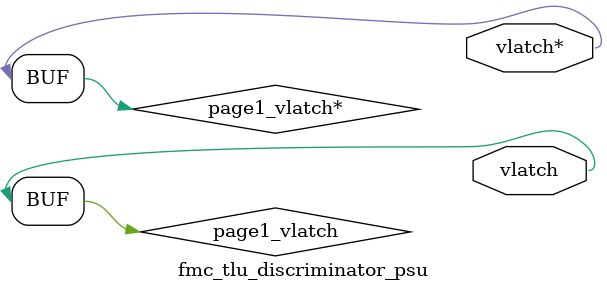
<source format=v>
`timescale 1ns/1ns

module fmc_tlu_discriminator_psu (vlatch, \vlatch*  );
// generated by  HDL Direct 16.3-S013 (v16-3-85Y) 7/19/2010
// on Mon Mar 28 11:20:20 2011
// from fmc_tlu_v1_lib/FMC_TLU_DISCRIMINATOR_PSU/sch_1

  output  vlatch;
  output  \vlatch* ;
  // global signal glbl.gnd_signal;
  // global signal glbl.m5v;
  // global signal glbl.p2v5;
  // global signal glbl.p5v;

  wire  gnd_signal;
  wire  page1_gnd_signal;
  wire  m5v;
  wire  page1_m5v;
  wire  p2v5;
  wire  page1_p2v5;
  wire  p5v;
  wire  page1_p5v;
  wire  page1_vlatch;
  wire  \page1_vlatch* ;

  assign gnd_signal = glbl.gnd_signal;
  assign page1_gnd_signal = gnd_signal;
  assign m5v = glbl.m5v;
  assign page1_m5v = m5v;
  assign p2v5 = glbl.p2v5;
  assign page1_p2v5 = p2v5;
  assign p5v = glbl.p5v;
  assign page1_p5v = p5v;
  assign page1_vlatch = vlatch;
  assign \page1_vlatch*  = \vlatch* ;

  assign p5v  = glbl.p5v;
  assign m5v  = glbl.m5v;
  assign gnd_signal  = glbl.gnd_signal;
  assign p2v5  = glbl.p2v5;

// begin instances 

  capcersmdcl2 page1_i39  (.a({glbl.gnd_signal}),
	.b({glbl.p5v}));
  defparam page1_i39.size = 1;

  capcersmdcl2 page1_i40  (.a({glbl.gnd_signal}),
	.b({glbl.p5v}));
  defparam page1_i40.size = 1;

  capcersmdcl2 page1_i41  (.a({glbl.gnd_signal}),
	.b({glbl.p5v}));
  defparam page1_i41.size = 1;

  capcersmdcl2 page1_i43  (.a({glbl.gnd_signal}),
	.b({glbl.m5v}));
  defparam page1_i43.size = 1;

  capcersmdcl2 page1_i44  (.a({glbl.gnd_signal}),
	.b({glbl.m5v}));
  defparam page1_i44.size = 1;

  capcersmdcl2 page1_i46  (.a({glbl.gnd_signal}),
	.b({glbl.p2v5}));
  defparam page1_i46.size = 1;

  capcersmdcl2 page1_i47  (.a({glbl.gnd_signal}),
	.b({glbl.p2v5}));
  defparam page1_i47.size = 1;

  lt3471 page1_i48  (.fb1(/* unconnected */),
	.\fb1* (/* unconnected */),
	.fb2(/* unconnected */),
	.\fb2* (/* unconnected */),
	.\shdn/ss1* (/* unconnected */),
	.\shdn/ss2* (/* unconnected */),
	.sw1(/* unconnected */),
	.sw2(/* unconnected */),
	.vin(/* unconnected */),
	.vref(/* unconnected */));

  ferrite page1_i49  (.a(/* unconnected */),
	.b(/* unconnected */));

  inductance page1_i52  (.a(/* unconnected */),
	.b(/* unconnected */));
  defparam page1_i52.size = 1;

endmodule // fmc_tlu_discriminator_psu(sch_1) 

</source>
